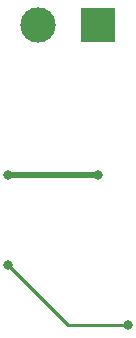
<source format=gbr>
%TF.GenerationSoftware,KiCad,Pcbnew,(7.0.0)*%
%TF.CreationDate,2023-02-16T14:42:30-08:00*%
%TF.ProjectId,Lab 4 E2,4c616220-3420-4453-922e-6b696361645f,rev?*%
%TF.SameCoordinates,Original*%
%TF.FileFunction,Copper,L2,Bot*%
%TF.FilePolarity,Positive*%
%FSLAX46Y46*%
G04 Gerber Fmt 4.6, Leading zero omitted, Abs format (unit mm)*
G04 Created by KiCad (PCBNEW (7.0.0)) date 2023-02-16 14:42:30*
%MOMM*%
%LPD*%
G01*
G04 APERTURE LIST*
%TA.AperFunction,ComponentPad*%
%ADD10R,3.000000X3.000000*%
%TD*%
%TA.AperFunction,ComponentPad*%
%ADD11C,3.000000*%
%TD*%
%TA.AperFunction,ViaPad*%
%ADD12C,0.800000*%
%TD*%
%TA.AperFunction,Conductor*%
%ADD13C,0.508000*%
%TD*%
%TA.AperFunction,Conductor*%
%ADD14C,0.250000*%
%TD*%
G04 APERTURE END LIST*
D10*
%TO.P,J1,1,Pin_1*%
%TO.N,+9V*%
X60959999Y-27939999D03*
D11*
%TO.P,J1,2,Pin_2*%
%TO.N,GND*%
X55880000Y-27940000D03*
%TD*%
D12*
%TO.N,+9V*%
X60960000Y-40640000D03*
X53340000Y-40640000D03*
%TO.N,/pin_2*%
X63500000Y-53340000D03*
X53340000Y-48260000D03*
%TD*%
D13*
%TO.N,+9V*%
X60960000Y-40640000D02*
X53340000Y-40640000D01*
D14*
%TO.N,/pin_2*%
X58420000Y-53340000D02*
X63500000Y-53340000D01*
X53340000Y-48260000D02*
X58420000Y-53340000D01*
%TD*%
M02*

</source>
